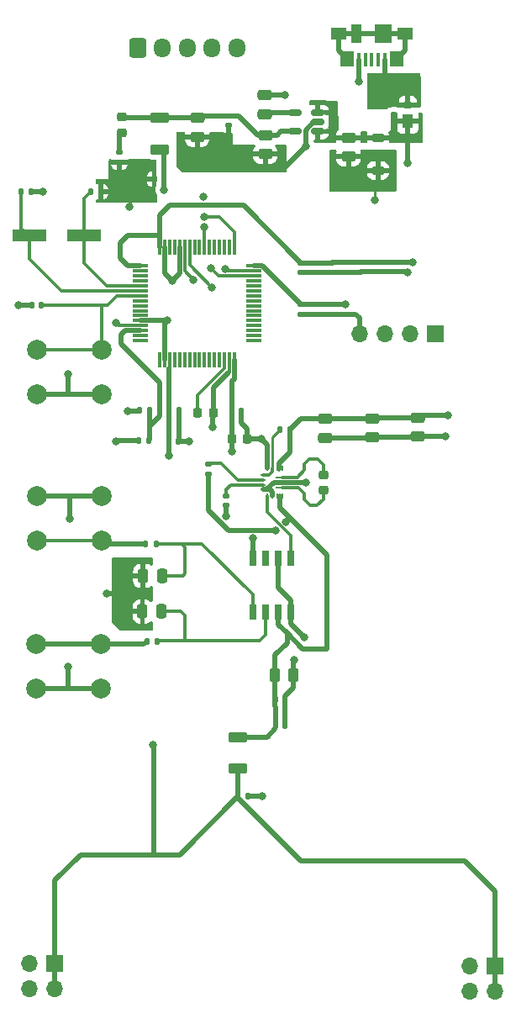
<source format=gbr>
%TF.GenerationSoftware,KiCad,Pcbnew,7.0.1*%
%TF.CreationDate,2023-05-25T09:43:19-05:00*%
%TF.ProjectId,power_supply,706f7765-725f-4737-9570-706c792e6b69,rev?*%
%TF.SameCoordinates,Original*%
%TF.FileFunction,Copper,L1,Top*%
%TF.FilePolarity,Positive*%
%FSLAX46Y46*%
G04 Gerber Fmt 4.6, Leading zero omitted, Abs format (unit mm)*
G04 Created by KiCad (PCBNEW 7.0.1) date 2023-05-25 09:43:19*
%MOMM*%
%LPD*%
G01*
G04 APERTURE LIST*
G04 Aperture macros list*
%AMRoundRect*
0 Rectangle with rounded corners*
0 $1 Rounding radius*
0 $2 $3 $4 $5 $6 $7 $8 $9 X,Y pos of 4 corners*
0 Add a 4 corners polygon primitive as box body*
4,1,4,$2,$3,$4,$5,$6,$7,$8,$9,$2,$3,0*
0 Add four circle primitives for the rounded corners*
1,1,$1+$1,$2,$3*
1,1,$1+$1,$4,$5*
1,1,$1+$1,$6,$7*
1,1,$1+$1,$8,$9*
0 Add four rect primitives between the rounded corners*
20,1,$1+$1,$2,$3,$4,$5,0*
20,1,$1+$1,$4,$5,$6,$7,0*
20,1,$1+$1,$6,$7,$8,$9,0*
20,1,$1+$1,$8,$9,$2,$3,0*%
G04 Aperture macros list end*
%TA.AperFunction,SMDPad,CuDef*%
%ADD10RoundRect,0.140000X-0.170000X0.140000X-0.170000X-0.140000X0.170000X-0.140000X0.170000X0.140000X0*%
%TD*%
%TA.AperFunction,ComponentPad*%
%ADD11RoundRect,0.250000X-0.600000X-0.725000X0.600000X-0.725000X0.600000X0.725000X-0.600000X0.725000X0*%
%TD*%
%TA.AperFunction,ComponentPad*%
%ADD12O,1.700000X1.950000*%
%TD*%
%TA.AperFunction,SMDPad,CuDef*%
%ADD13RoundRect,0.250000X0.250000X0.475000X-0.250000X0.475000X-0.250000X-0.475000X0.250000X-0.475000X0*%
%TD*%
%TA.AperFunction,SMDPad,CuDef*%
%ADD14RoundRect,0.140000X0.140000X0.170000X-0.140000X0.170000X-0.140000X-0.170000X0.140000X-0.170000X0*%
%TD*%
%TA.AperFunction,SMDPad,CuDef*%
%ADD15RoundRect,0.225000X-0.225000X-0.250000X0.225000X-0.250000X0.225000X0.250000X-0.225000X0.250000X0*%
%TD*%
%TA.AperFunction,SMDPad,CuDef*%
%ADD16RoundRect,0.140000X-0.140000X-0.170000X0.140000X-0.170000X0.140000X0.170000X-0.140000X0.170000X0*%
%TD*%
%TA.AperFunction,SMDPad,CuDef*%
%ADD17RoundRect,0.250000X0.475000X-0.250000X0.475000X0.250000X-0.475000X0.250000X-0.475000X-0.250000X0*%
%TD*%
%TA.AperFunction,SMDPad,CuDef*%
%ADD18RoundRect,0.135000X-0.185000X0.135000X-0.185000X-0.135000X0.185000X-0.135000X0.185000X0.135000X0*%
%TD*%
%TA.AperFunction,SMDPad,CuDef*%
%ADD19RoundRect,0.250000X-0.475000X0.250000X-0.475000X-0.250000X0.475000X-0.250000X0.475000X0.250000X0*%
%TD*%
%TA.AperFunction,ComponentPad*%
%ADD20C,2.000000*%
%TD*%
%TA.AperFunction,SMDPad,CuDef*%
%ADD21RoundRect,0.250000X0.700000X-0.275000X0.700000X0.275000X-0.700000X0.275000X-0.700000X-0.275000X0*%
%TD*%
%TA.AperFunction,SMDPad,CuDef*%
%ADD22RoundRect,0.135000X-0.135000X-0.185000X0.135000X-0.185000X0.135000X0.185000X-0.135000X0.185000X0*%
%TD*%
%TA.AperFunction,SMDPad,CuDef*%
%ADD23R,0.600000X0.250000*%
%TD*%
%TA.AperFunction,SMDPad,CuDef*%
%ADD24R,0.250000X0.600000*%
%TD*%
%TA.AperFunction,SMDPad,CuDef*%
%ADD25R,1.350000X0.250000*%
%TD*%
%TA.AperFunction,SMDPad,CuDef*%
%ADD26R,1.700000X0.250000*%
%TD*%
%TA.AperFunction,SMDPad,CuDef*%
%ADD27R,0.250000X0.250000*%
%TD*%
%TA.AperFunction,SMDPad,CuDef*%
%ADD28RoundRect,0.250000X-0.250000X-0.475000X0.250000X-0.475000X0.250000X0.475000X-0.250000X0.475000X0*%
%TD*%
%TA.AperFunction,SMDPad,CuDef*%
%ADD29R,3.500000X1.200000*%
%TD*%
%TA.AperFunction,SMDPad,CuDef*%
%ADD30RoundRect,0.140000X0.170000X-0.140000X0.170000X0.140000X-0.170000X0.140000X-0.170000X-0.140000X0*%
%TD*%
%TA.AperFunction,ComponentPad*%
%ADD31R,1.700000X1.700000*%
%TD*%
%TA.AperFunction,ComponentPad*%
%ADD32O,1.700000X1.700000*%
%TD*%
%TA.AperFunction,SMDPad,CuDef*%
%ADD33RoundRect,0.225000X-0.375000X0.225000X-0.375000X-0.225000X0.375000X-0.225000X0.375000X0.225000X0*%
%TD*%
%TA.AperFunction,SMDPad,CuDef*%
%ADD34RoundRect,0.075000X-0.700000X-0.075000X0.700000X-0.075000X0.700000X0.075000X-0.700000X0.075000X0*%
%TD*%
%TA.AperFunction,SMDPad,CuDef*%
%ADD35RoundRect,0.075000X-0.075000X-0.700000X0.075000X-0.700000X0.075000X0.700000X-0.075000X0.700000X0*%
%TD*%
%TA.AperFunction,SMDPad,CuDef*%
%ADD36R,0.450000X1.380000*%
%TD*%
%TA.AperFunction,SMDPad,CuDef*%
%ADD37R,1.650000X1.300000*%
%TD*%
%TA.AperFunction,SMDPad,CuDef*%
%ADD38R,1.425000X1.550000*%
%TD*%
%TA.AperFunction,SMDPad,CuDef*%
%ADD39R,1.800000X1.900000*%
%TD*%
%TA.AperFunction,SMDPad,CuDef*%
%ADD40R,1.000000X1.900000*%
%TD*%
%TA.AperFunction,SMDPad,CuDef*%
%ADD41RoundRect,0.218750X0.256250X-0.218750X0.256250X0.218750X-0.256250X0.218750X-0.256250X-0.218750X0*%
%TD*%
%TA.AperFunction,SMDPad,CuDef*%
%ADD42R,1.100000X1.450000*%
%TD*%
%TA.AperFunction,SMDPad,CuDef*%
%ADD43R,0.800000X0.800000*%
%TD*%
%TA.AperFunction,SMDPad,CuDef*%
%ADD44RoundRect,0.150000X0.512500X0.150000X-0.512500X0.150000X-0.512500X-0.150000X0.512500X-0.150000X0*%
%TD*%
%TA.AperFunction,SMDPad,CuDef*%
%ADD45R,0.700000X1.525000*%
%TD*%
%TA.AperFunction,ViaPad*%
%ADD46C,0.800000*%
%TD*%
%TA.AperFunction,Conductor*%
%ADD47C,0.500000*%
%TD*%
%TA.AperFunction,Conductor*%
%ADD48C,0.250000*%
%TD*%
%TA.AperFunction,Conductor*%
%ADD49C,0.300000*%
%TD*%
G04 APERTURE END LIST*
D10*
%TO.P,C5,1*%
%TO.N,+3.3V*%
X212430000Y-56320000D03*
%TO.P,C5,2*%
%TO.N,GND*%
X212430000Y-57280000D03*
%TD*%
D11*
%TO.P,J3,1,Pin_1*%
%TO.N,+3.3V*%
X192910000Y-34700000D03*
D12*
%TO.P,J3,2,Pin_2*%
%TO.N,SWCLCK*%
X195410000Y-34700000D03*
%TO.P,J3,3,Pin_3*%
%TO.N,SWDIO*%
X197910000Y-34700000D03*
%TO.P,J3,4,Pin_4*%
%TO.N,SWO*%
X200410000Y-34700000D03*
%TO.P,J3,5,Pin_5*%
%TO.N,GND*%
X202910000Y-34700000D03*
%TD*%
D13*
%TO.P,C18,1*%
%TO.N,/Main_Supply/Pot_up*%
X195360000Y-87850000D03*
%TO.P,C18,2*%
%TO.N,GND*%
X193460000Y-87850000D03*
%TD*%
D14*
%TO.P,C21,1*%
%TO.N,+3.3V*%
X195560000Y-47920000D03*
%TO.P,C21,2*%
%TO.N,GND*%
X194600000Y-47920000D03*
%TD*%
D15*
%TO.P,C16,1*%
%TO.N,+3.3V*%
X202415000Y-74050000D03*
%TO.P,C16,2*%
%TO.N,GND*%
X203965000Y-74050000D03*
%TD*%
D16*
%TO.P,C10,1*%
%TO.N,+3.3V*%
X202420000Y-71230000D03*
%TO.P,C10,2*%
%TO.N,GND*%
X203380000Y-71230000D03*
%TD*%
D17*
%TO.P,C19,1*%
%TO.N,GND*%
X205770000Y-45380000D03*
%TO.P,C19,2*%
%TO.N,board_out*%
X205770000Y-43480000D03*
%TD*%
D18*
%TO.P,R1,1*%
%TO.N,Net-(D3-K)*%
X191070000Y-45200000D03*
%TO.P,R1,2*%
%TO.N,GND*%
X191070000Y-46220000D03*
%TD*%
D10*
%TO.P,C3,1*%
%TO.N,+3.3V*%
X209370000Y-60540000D03*
%TO.P,C3,2*%
%TO.N,GND*%
X209370000Y-61500000D03*
%TD*%
D19*
%TO.P,C24,1*%
%TO.N,board_out*%
X198910000Y-41730000D03*
%TO.P,C24,2*%
%TO.N,GND*%
X198910000Y-43630000D03*
%TD*%
D15*
%TO.P,C11,1*%
%TO.N,/V_Cap*%
X198965000Y-71440000D03*
%TO.P,C11,2*%
%TO.N,GND*%
X200515000Y-71440000D03*
%TD*%
D19*
%TO.P,C34,1*%
%TO.N,Raw*%
X216520000Y-71980000D03*
%TO.P,C34,2*%
%TO.N,GND*%
X216520000Y-73880000D03*
%TD*%
D20*
%TO.P,RST,1,1*%
%TO.N,GND*%
X189260000Y-69590000D03*
X182760000Y-69590000D03*
%TO.P,RST,2,2*%
%TO.N,/Nrst*%
X189260000Y-65090000D03*
X182760000Y-65090000D03*
%TD*%
D21*
%TO.P,FB2,1*%
%TO.N,Main_Supply*%
X203040000Y-107220000D03*
%TO.P,FB2,2*%
%TO.N,VOUT*%
X203040000Y-104070000D03*
%TD*%
D22*
%TO.P,R2,1*%
%TO.N,Net-(R2-Pad1)*%
X193730000Y-84660000D03*
%TO.P,R2,2*%
%TO.N,/Main_Supply/Pot_up*%
X194750000Y-84660000D03*
%TD*%
D16*
%TO.P,C27,1*%
%TO.N,VOUT*%
X206780000Y-100330000D03*
%TO.P,C27,2*%
%TO.N,GND*%
X207740000Y-100330000D03*
%TD*%
D20*
%TO.P,DWN,1,1*%
%TO.N,GND*%
X189220000Y-99230000D03*
X182720000Y-99230000D03*
%TO.P,DWN,2,2*%
%TO.N,Net-(R3-Pad1)*%
X189220000Y-94730000D03*
X182720000Y-94730000D03*
%TD*%
D10*
%TO.P,C9,1*%
%TO.N,+3.3V*%
X218570000Y-56280000D03*
%TO.P,C9,2*%
%TO.N,GND*%
X218570000Y-57240000D03*
%TD*%
D19*
%TO.P,C1,1*%
%TO.N,Raw*%
X221080000Y-71920000D03*
%TO.P,C1,2*%
%TO.N,GND*%
X221080000Y-73820000D03*
%TD*%
D22*
%TO.P,R11,1*%
%TO.N,Main_Supply*%
X193120000Y-71210000D03*
%TO.P,R11,2*%
%TO.N,ADC1*%
X194140000Y-71210000D03*
%TD*%
%TO.P,R13,1*%
%TO.N,Net-(IC2-EN)*%
X207260000Y-73090000D03*
%TO.P,R13,2*%
%TO.N,Raw*%
X208280000Y-73090000D03*
%TD*%
D17*
%TO.P,C20,1*%
%TO.N,GND*%
X214150000Y-45610000D03*
%TO.P,C20,2*%
%TO.N,Raw*%
X214150000Y-43710000D03*
%TD*%
D23*
%TO.P,IC2,1,PS/S*%
%TO.N,Net-(IC2-EN)*%
X205534000Y-77670000D03*
%TO.P,IC2,2,PG*%
%TO.N,/Main_Supply/PG*%
X205534000Y-78170000D03*
%TO.P,IC2,3,VAUX*%
%TO.N,Net-(IC2-VAUX)*%
X205534000Y-78670000D03*
%TO.P,IC2,4,GND*%
%TO.N,GND*%
X205534000Y-79170000D03*
D24*
%TO.P,IC2,5,FB*%
%TO.N,FB*%
X205960000Y-79820000D03*
%TO.P,IC2,6,FB2*%
%TO.N,GND*%
X206460000Y-79820000D03*
%TO.P,IC2,7,VOUT_1*%
%TO.N,VOUT*%
X206960000Y-79820000D03*
%TO.P,IC2,8,VOUT_2*%
X207460000Y-79820000D03*
D25*
%TO.P,IC2,9,L2*%
%TO.N,/Main_Supply/switch_L2*%
X207460000Y-78920000D03*
D26*
%TO.P,IC2,10,PGND*%
%TO.N,GND*%
X207285000Y-78420000D03*
D25*
%TO.P,IC2,11,L1*%
%TO.N,/Main_Supply/switch_L1*%
X207460000Y-77920000D03*
D24*
%TO.P,IC2,12,VIN_1*%
%TO.N,Raw*%
X207460000Y-77020000D03*
%TO.P,IC2,13,VIN_2*%
X206960000Y-77020000D03*
%TO.P,IC2,14,EN*%
%TO.N,Net-(IC2-EN)*%
X206460000Y-77020000D03*
%TO.P,IC2,15,VSEL*%
%TO.N,GND*%
X205960000Y-77020000D03*
D27*
%TO.P,IC2,16*%
%TO.N,Raw*%
X207210000Y-77195000D03*
%TO.P,IC2,17*%
%TO.N,VOUT*%
X207210000Y-79645000D03*
%TD*%
D10*
%TO.P,C6,1*%
%TO.N,+3.3V*%
X215520000Y-56260000D03*
%TO.P,C6,2*%
%TO.N,GND*%
X215520000Y-57220000D03*
%TD*%
D16*
%TO.P,C25,1*%
%TO.N,Main_Supply*%
X203020000Y-110040000D03*
%TO.P,C25,2*%
%TO.N,GND*%
X203980000Y-110040000D03*
%TD*%
D22*
%TO.P,R9,1*%
%TO.N,GND*%
X193030000Y-74230000D03*
%TO.P,R9,2*%
%TO.N,ADC1*%
X194050000Y-74230000D03*
%TD*%
D14*
%TO.P,C14,1*%
%TO.N,GND*%
X189170000Y-49170000D03*
%TO.P,C14,2*%
%TO.N,/Crystal_in*%
X188210000Y-49170000D03*
%TD*%
D28*
%TO.P,C31,1*%
%TO.N,VOUT*%
X206730000Y-97820000D03*
%TO.P,C31,2*%
%TO.N,GND*%
X208630000Y-97820000D03*
%TD*%
D29*
%TO.P,Y1,1,1*%
%TO.N,/Crystal_out*%
X182030000Y-53530000D03*
%TO.P,Y1,2,2*%
%TO.N,/Crystal_in*%
X187530000Y-53530000D03*
%TD*%
D16*
%TO.P,C8,1*%
%TO.N,+3.3V*%
X196090000Y-71210000D03*
%TO.P,C8,2*%
%TO.N,GND*%
X197050000Y-71210000D03*
%TD*%
D30*
%TO.P,C2,1*%
%TO.N,GND*%
X201810000Y-80770000D03*
%TO.P,C2,2*%
%TO.N,Net-(IC2-VAUX)*%
X201810000Y-79810000D03*
%TD*%
D31*
%TO.P,J6,1,Pin_1*%
%TO.N,+3.3V*%
X222880000Y-63500000D03*
D32*
%TO.P,J6,2,Pin_2*%
%TO.N,SDA*%
X220340000Y-63500000D03*
%TO.P,J6,3,Pin_3*%
%TO.N,SCL*%
X217800000Y-63500000D03*
%TO.P,J6,4,Pin_4*%
%TO.N,GND*%
X215260000Y-63500000D03*
%TD*%
D33*
%TO.P,D2,1,K*%
%TO.N,Raw*%
X217110000Y-43720000D03*
%TO.P,D2,2,A*%
%TO.N,GND*%
X217110000Y-47020000D03*
%TD*%
D14*
%TO.P,C12,1*%
%TO.N,/Nrst*%
X183190000Y-60570000D03*
%TO.P,C12,2*%
%TO.N,GND*%
X182230000Y-60570000D03*
%TD*%
D13*
%TO.P,C23,1*%
%TO.N,/Main_Supply/Pot_dwn*%
X195290000Y-91430000D03*
%TO.P,C23,2*%
%TO.N,GND*%
X193390000Y-91430000D03*
%TD*%
D22*
%TO.P,R3,1*%
%TO.N,Net-(R3-Pad1)*%
X193830000Y-94420000D03*
%TO.P,R3,2*%
%TO.N,/Main_Supply/Pot_dwn*%
X194850000Y-94420000D03*
%TD*%
D21*
%TO.P,FB1,1*%
%TO.N,+3.3V*%
X195100000Y-44885000D03*
%TO.P,FB1,2*%
%TO.N,board_out*%
X195100000Y-41735000D03*
%TD*%
D34*
%TO.P,U1,1,VBAT*%
%TO.N,+3.3V*%
X193220000Y-56640000D03*
%TO.P,U1,2,PC13*%
%TO.N,unconnected-(U1-PC13-Pad2)*%
X193220000Y-57140000D03*
%TO.P,U1,3,PC14*%
%TO.N,unconnected-(U1-PC14-Pad3)*%
X193220000Y-57640000D03*
%TO.P,U1,4,PC15*%
%TO.N,unconnected-(U1-PC15-Pad4)*%
X193220000Y-58140000D03*
%TO.P,U1,5,PH0*%
%TO.N,/Crystal_in*%
X193220000Y-58640000D03*
%TO.P,U1,6,PH1*%
%TO.N,/Crystal_out*%
X193220000Y-59140000D03*
%TO.P,U1,7,NRST*%
%TO.N,/Nrst*%
X193220000Y-59640000D03*
%TO.P,U1,8,PC0*%
%TO.N,unconnected-(U1-PC0-Pad8)*%
X193220000Y-60140000D03*
%TO.P,U1,9,PC1*%
%TO.N,unconnected-(U1-PC1-Pad9)*%
X193220000Y-60640000D03*
%TO.P,U1,10,PC2*%
%TO.N,unconnected-(U1-PC2-Pad10)*%
X193220000Y-61140000D03*
%TO.P,U1,11,PC3*%
%TO.N,unconnected-(U1-PC3-Pad11)*%
X193220000Y-61640000D03*
%TO.P,U1,12,VSSA*%
%TO.N,GND*%
X193220000Y-62140000D03*
%TO.P,U1,13,VREF+*%
%TO.N,+3.3V*%
X193220000Y-62640000D03*
%TO.P,U1,14,PA0*%
%TO.N,ADC1*%
X193220000Y-63140000D03*
%TO.P,U1,15,PA1*%
%TO.N,unconnected-(U1-PA1-Pad15)*%
X193220000Y-63640000D03*
%TO.P,U1,16,PA2*%
%TO.N,unconnected-(U1-PA2-Pad16)*%
X193220000Y-64140000D03*
D35*
%TO.P,U1,17,PA3*%
%TO.N,unconnected-(U1-PA3-Pad17)*%
X195145000Y-66065000D03*
%TO.P,U1,18,VSS*%
%TO.N,GND*%
X195645000Y-66065000D03*
%TO.P,U1,19,VDD*%
%TO.N,+3.3V*%
X196145000Y-66065000D03*
%TO.P,U1,20,PA4*%
%TO.N,unconnected-(U1-PA4-Pad20)*%
X196645000Y-66065000D03*
%TO.P,U1,21,PA5*%
%TO.N,unconnected-(U1-PA5-Pad21)*%
X197145000Y-66065000D03*
%TO.P,U1,22,PA6*%
%TO.N,unconnected-(U1-PA6-Pad22)*%
X197645000Y-66065000D03*
%TO.P,U1,23,PA7*%
%TO.N,unconnected-(U1-PA7-Pad23)*%
X198145000Y-66065000D03*
%TO.P,U1,24,PC4*%
%TO.N,unconnected-(U1-PC4-Pad24)*%
X198645000Y-66065000D03*
%TO.P,U1,25,PC5*%
%TO.N,unconnected-(U1-PC5-Pad25)*%
X199145000Y-66065000D03*
%TO.P,U1,26,PB0*%
%TO.N,unconnected-(U1-PB0-Pad26)*%
X199645000Y-66065000D03*
%TO.P,U1,27,PB1*%
%TO.N,unconnected-(U1-PB1-Pad27)*%
X200145000Y-66065000D03*
%TO.P,U1,28,PB2*%
%TO.N,unconnected-(U1-PB2-Pad28)*%
X200645000Y-66065000D03*
%TO.P,U1,29,PB10*%
%TO.N,unconnected-(U1-PB10-Pad29)*%
X201145000Y-66065000D03*
%TO.P,U1,30,VCAP1*%
%TO.N,/V_Cap*%
X201645000Y-66065000D03*
%TO.P,U1,31,VSS*%
%TO.N,GND*%
X202145000Y-66065000D03*
%TO.P,U1,32,VDD*%
%TO.N,+3.3V*%
X202645000Y-66065000D03*
D34*
%TO.P,U1,33,PB12*%
%TO.N,unconnected-(U1-PB12-Pad33)*%
X204570000Y-64140000D03*
%TO.P,U1,34,PB13*%
%TO.N,unconnected-(U1-PB13-Pad34)*%
X204570000Y-63640000D03*
%TO.P,U1,35,PB14*%
%TO.N,unconnected-(U1-PB14-Pad35)*%
X204570000Y-63140000D03*
%TO.P,U1,36,PB15*%
%TO.N,unconnected-(U1-PB15-Pad36)*%
X204570000Y-62640000D03*
%TO.P,U1,37,PC6*%
%TO.N,unconnected-(U1-PC6-Pad37)*%
X204570000Y-62140000D03*
%TO.P,U1,38,PC7*%
%TO.N,unconnected-(U1-PC7-Pad38)*%
X204570000Y-61640000D03*
%TO.P,U1,39,PC8*%
%TO.N,unconnected-(U1-PC8-Pad39)*%
X204570000Y-61140000D03*
%TO.P,U1,40,PC9*%
%TO.N,unconnected-(U1-PC9-Pad40)*%
X204570000Y-60640000D03*
%TO.P,U1,41,PA8*%
%TO.N,unconnected-(U1-PA8-Pad41)*%
X204570000Y-60140000D03*
%TO.P,U1,42,PA9*%
%TO.N,unconnected-(U1-PA9-Pad42)*%
X204570000Y-59640000D03*
%TO.P,U1,43,PA10*%
%TO.N,unconnected-(U1-PA10-Pad43)*%
X204570000Y-59140000D03*
%TO.P,U1,44,PA11*%
%TO.N,unconnected-(U1-PA11-Pad44)*%
X204570000Y-58640000D03*
%TO.P,U1,45,PA12*%
%TO.N,unconnected-(U1-PA12-Pad45)*%
X204570000Y-58140000D03*
%TO.P,U1,46,PA13*%
%TO.N,SWDIO*%
X204570000Y-57640000D03*
%TO.P,U1,47,VSS*%
%TO.N,GND*%
X204570000Y-57140000D03*
%TO.P,U1,48,VDD*%
%TO.N,+3.3V*%
X204570000Y-56640000D03*
D35*
%TO.P,U1,49,PA14*%
%TO.N,SWCLCK*%
X202645000Y-54715000D03*
%TO.P,U1,50,PA15*%
%TO.N,unconnected-(U1-PA15-Pad50)*%
X202145000Y-54715000D03*
%TO.P,U1,51,PC10*%
%TO.N,unconnected-(U1-PC10-Pad51)*%
X201645000Y-54715000D03*
%TO.P,U1,52,PC11*%
%TO.N,unconnected-(U1-PC11-Pad52)*%
X201145000Y-54715000D03*
%TO.P,U1,53,PC12*%
%TO.N,unconnected-(U1-PC12-Pad53)*%
X200645000Y-54715000D03*
%TO.P,U1,54,PD2*%
%TO.N,unconnected-(U1-PD2-Pad54)*%
X200145000Y-54715000D03*
%TO.P,U1,55,PB3*%
%TO.N,SWO*%
X199645000Y-54715000D03*
%TO.P,U1,56,PB4*%
%TO.N,unconnected-(U1-PB4-Pad56)*%
X199145000Y-54715000D03*
%TO.P,U1,57,PB5*%
%TO.N,unconnected-(U1-PB5-Pad57)*%
X198645000Y-54715000D03*
%TO.P,U1,58,PB6*%
%TO.N,SCL*%
X198145000Y-54715000D03*
%TO.P,U1,59,PB7*%
%TO.N,SDA*%
X197645000Y-54715000D03*
%TO.P,U1,60,BOOT0*%
%TO.N,GND*%
X197145000Y-54715000D03*
%TO.P,U1,61,PB8*%
%TO.N,unconnected-(U1-PB8-Pad61)*%
X196645000Y-54715000D03*
%TO.P,U1,62,PB9*%
%TO.N,unconnected-(U1-PB9-Pad62)*%
X196145000Y-54715000D03*
%TO.P,U1,63,VSS*%
%TO.N,GND*%
X195645000Y-54715000D03*
%TO.P,U1,64,VDD*%
%TO.N,+3.3V*%
X195145000Y-54715000D03*
%TD*%
D36*
%TO.P,J2,1,VBUS*%
%TO.N,/Board_PWR/usb_out*%
X217805000Y-35900000D03*
%TO.P,J2,2,D-*%
%TO.N,unconnected-(J2-D--Pad2)*%
X217155000Y-35900000D03*
%TO.P,J2,3,D+*%
%TO.N,unconnected-(J2-D+-Pad3)*%
X216505000Y-35900000D03*
%TO.P,J2,4,ID*%
%TO.N,unconnected-(J2-ID-Pad4)*%
X215855000Y-35900000D03*
%TO.P,J2,5,GND*%
%TO.N,GND*%
X215205000Y-35900000D03*
D37*
%TO.P,J2,6,Shield*%
%TO.N,unconnected-(J2-Shield-Pad6)*%
X219880000Y-33240000D03*
D38*
X218992500Y-35815000D03*
D39*
X217655000Y-33240000D03*
D40*
X214955000Y-33240000D03*
D38*
X214017500Y-35815000D03*
D37*
X213130000Y-33240000D03*
%TD*%
D10*
%TO.P,C22,1*%
%TO.N,board_out*%
X202080000Y-41520000D03*
%TO.P,C22,2*%
%TO.N,GND*%
X202080000Y-42480000D03*
%TD*%
D41*
%TO.P,D3,1,K*%
%TO.N,Net-(D3-K)*%
X191300000Y-43195000D03*
%TO.P,D3,2,A*%
%TO.N,board_out*%
X191300000Y-41620000D03*
%TD*%
D16*
%TO.P,C13,1*%
%TO.N,+3.3V*%
X196050000Y-74270000D03*
%TO.P,C13,2*%
%TO.N,GND*%
X197010000Y-74270000D03*
%TD*%
D41*
%TO.P,L2,1,1*%
%TO.N,/Main_Supply/switch_L2*%
X211600000Y-79227500D03*
%TO.P,L2,2,2*%
%TO.N,/Main_Supply/switch_L1*%
X211600000Y-77652500D03*
%TD*%
D14*
%TO.P,C15,1*%
%TO.N,GND*%
X182160000Y-49140000D03*
%TO.P,C15,2*%
%TO.N,/Crystal_out*%
X181200000Y-49140000D03*
%TD*%
D10*
%TO.P,C4,1*%
%TO.N,+3.3V*%
X212470000Y-60520000D03*
%TO.P,C4,2*%
%TO.N,GND*%
X212470000Y-61480000D03*
%TD*%
D20*
%TO.P,UP,1,1*%
%TO.N,GND*%
X182770000Y-79820000D03*
X189270000Y-79820000D03*
%TO.P,UP,2,2*%
%TO.N,Net-(R2-Pad1)*%
X182770000Y-84320000D03*
X189270000Y-84320000D03*
%TD*%
D10*
%TO.P,C7,1*%
%TO.N,+3.3V*%
X209380000Y-56320000D03*
%TO.P,C7,2*%
%TO.N,GND*%
X209380000Y-57280000D03*
%TD*%
D42*
%TO.P,D1,1,K*%
%TO.N,Raw*%
X220120000Y-42055000D03*
D43*
%TO.P,D1,2,A*%
%TO.N,/Board_PWR/usb_out*%
X220120000Y-40430000D03*
%TD*%
D18*
%TO.P,R10,1*%
%TO.N,/Main_Supply/PG*%
X200000000Y-76550000D03*
%TO.P,R10,2*%
%TO.N,VOUT*%
X200000000Y-77570000D03*
%TD*%
D16*
%TO.P,C29,1*%
%TO.N,VOUT*%
X206780000Y-102900000D03*
%TO.P,C29,2*%
%TO.N,GND*%
X207740000Y-102900000D03*
%TD*%
D19*
%TO.P,C35,1*%
%TO.N,Raw*%
X211820000Y-72040000D03*
%TO.P,C35,2*%
%TO.N,GND*%
X211820000Y-73940000D03*
%TD*%
D44*
%TO.P,U3,1,VIN*%
%TO.N,Raw*%
X211007500Y-43097500D03*
%TO.P,U3,2,GND*%
%TO.N,GND*%
X211007500Y-42147500D03*
%TO.P,U3,3,INH*%
%TO.N,Raw*%
X211007500Y-41197500D03*
%TO.P,U3,4,BYP*%
%TO.N,Net-(U3-BYP)*%
X208732500Y-41197500D03*
%TO.P,U3,5,VOUT*%
%TO.N,board_out*%
X208732500Y-43097500D03*
%TD*%
D19*
%TO.P,C17,1*%
%TO.N,GND*%
X205710000Y-39430000D03*
%TO.P,C17,2*%
%TO.N,Net-(U3-BYP)*%
X205710000Y-41330000D03*
%TD*%
D45*
%TO.P,IC1,1,~{PU}*%
%TO.N,/Main_Supply/Pot_up*%
X204515000Y-91462000D03*
%TO.P,IC1,2,~{PD}*%
%TO.N,/Main_Supply/Pot_dwn*%
X205785000Y-91462000D03*
%TO.P,IC1,3,RH*%
%TO.N,VOUT*%
X207055000Y-91462000D03*
%TO.P,IC1,4,VSS*%
%TO.N,GND*%
X208325000Y-91462000D03*
%TO.P,IC1,5,RW*%
%TO.N,FB*%
X208325000Y-86038000D03*
%TO.P,IC1,6,RL*%
%TO.N,GND*%
X207055000Y-86038000D03*
%TO.P,IC1,7,NC*%
%TO.N,unconnected-(IC1-NC-Pad7)*%
X205785000Y-86038000D03*
%TO.P,IC1,8,VCC*%
%TO.N,+3.3V*%
X204515000Y-86038000D03*
%TD*%
D31*
%TO.P,J4,1,Pin_1*%
%TO.N,Main_Supply*%
X228950000Y-127130000D03*
D32*
%TO.P,J4,2,Pin_2*%
%TO.N,GND*%
X226410000Y-127130000D03*
%TO.P,J4,3,Pin_3*%
%TO.N,Main_Supply*%
X228950000Y-129670000D03*
%TO.P,J4,4,Pin_4*%
%TO.N,GND*%
X226410000Y-129670000D03*
%TD*%
D31*
%TO.P,J5,1,Pin_1*%
%TO.N,Main_Supply*%
X184580000Y-126890000D03*
D32*
%TO.P,J5,2,Pin_2*%
%TO.N,GND*%
X182040000Y-126890000D03*
%TO.P,J5,3,Pin_3*%
%TO.N,Main_Supply*%
X184580000Y-129430000D03*
%TO.P,J5,4,Pin_4*%
%TO.N,GND*%
X182040000Y-129430000D03*
%TD*%
D46*
%TO.N,GND*%
X192100000Y-50670000D03*
%TO.N,Raw*%
X220110000Y-46250000D03*
X224160000Y-71710000D03*
%TO.N,GND*%
X190690000Y-74270000D03*
X209680000Y-94050000D03*
X196390000Y-58100000D03*
X200500000Y-72890000D03*
X207750000Y-39420000D03*
X201810000Y-81850000D03*
X198110000Y-74270000D03*
X209880000Y-44560000D03*
X215170000Y-38090000D03*
X195929999Y-62140001D03*
X205470000Y-110070000D03*
X220130000Y-57260000D03*
X183350000Y-49150000D03*
X201710000Y-56910000D03*
X223910000Y-73820000D03*
X185900000Y-97010000D03*
X209850000Y-78420000D03*
X208650000Y-96280000D03*
X189790000Y-89590000D03*
X186030000Y-82070000D03*
X180870000Y-60560000D03*
X216780000Y-49990000D03*
X205400000Y-74040000D03*
X185910000Y-67530000D03*
%TO.N,+3.3V*%
X196070000Y-75700000D03*
X213800000Y-60510000D03*
X190740000Y-62400000D03*
X195580000Y-48960000D03*
X204550000Y-84000000D03*
X220590000Y-56290000D03*
X202390000Y-75350000D03*
%TO.N,VOUT*%
X207870000Y-82400000D03*
X206850000Y-83280000D03*
%TO.N,Main_Supply*%
X191930000Y-71230000D03*
X194450000Y-104840000D03*
%TO.N,SWCLCK*%
X199630000Y-51670000D03*
%TO.N,SWDIO*%
X199550000Y-49630000D03*
X200290000Y-56890000D03*
%TO.N,SWO*%
X199640000Y-52720000D03*
%TO.N,SDA*%
X198540000Y-58030000D03*
%TO.N,SCL*%
X200400000Y-58800000D03*
%TD*%
D47*
%TO.N,GND*%
X189790000Y-89590000D02*
X190740000Y-89590000D01*
X202090000Y-42490000D02*
X202090000Y-43770000D01*
X202080000Y-42480000D02*
X202090000Y-42490000D01*
D48*
X192140000Y-49660000D02*
X192140000Y-50630000D01*
X192140000Y-50630000D02*
X192100000Y-50670000D01*
X216780000Y-49990000D02*
X216780000Y-48480000D01*
D47*
X207690000Y-46750000D02*
X206500000Y-46750000D01*
X209880000Y-44560000D02*
X207690000Y-46750000D01*
X209820000Y-44500000D02*
X209880000Y-44560000D01*
X210622500Y-42147500D02*
X209820000Y-42950000D01*
X209820000Y-42950000D02*
X209820000Y-44500000D01*
X211007500Y-42147500D02*
X210622500Y-42147500D01*
%TO.N,Raw*%
X216580000Y-71920000D02*
X216520000Y-71980000D01*
X208280000Y-75370000D02*
X207180000Y-76470000D01*
X216520000Y-71980000D02*
X211880000Y-71980000D01*
X221080000Y-71920000D02*
X216580000Y-71920000D01*
X209330000Y-72040000D02*
X208280000Y-73090000D01*
X211880000Y-71980000D02*
X211820000Y-72040000D01*
X220120000Y-46240000D02*
X220110000Y-46250000D01*
X221080000Y-71920000D02*
X221290000Y-71710000D01*
X207180000Y-76470000D02*
X207180000Y-77060000D01*
X220120000Y-42055000D02*
X220120000Y-46240000D01*
X208280000Y-73090000D02*
X208280000Y-75370000D01*
X211820000Y-72040000D02*
X209330000Y-72040000D01*
X221290000Y-71710000D02*
X224160000Y-71710000D01*
%TO.N,GND*%
X183340000Y-49140000D02*
X183350000Y-49150000D01*
X215205000Y-38055000D02*
X215170000Y-38090000D01*
X220110000Y-57240000D02*
X220130000Y-57260000D01*
X208325000Y-90315000D02*
X208325000Y-91462000D01*
X221080000Y-73820000D02*
X223910000Y-73820000D01*
X200500000Y-72890000D02*
X200500000Y-71455000D01*
X196390000Y-58100000D02*
X195645000Y-57355000D01*
X216520000Y-73880000D02*
X221020000Y-73880000D01*
X185900000Y-99230000D02*
X185900000Y-97010000D01*
X212470000Y-61480000D02*
X214880000Y-61480000D01*
X190730000Y-74230000D02*
X190690000Y-74270000D01*
X201810000Y-80770000D02*
X201810000Y-81850000D01*
X208325000Y-92695000D02*
X209680000Y-94050000D01*
X211820000Y-73940000D02*
X216460000Y-73940000D01*
X212430000Y-57280000D02*
X215460000Y-57280000D01*
X205534000Y-79170000D02*
X205910000Y-79170000D01*
X207285000Y-78420000D02*
X209850000Y-78420000D01*
X185910000Y-69530000D02*
X185910000Y-67530000D01*
X205910000Y-79170000D02*
X206660000Y-78420000D01*
X208325000Y-91462000D02*
X208325000Y-92695000D01*
X182160000Y-49140000D02*
X183340000Y-49140000D01*
X185900000Y-99230000D02*
X189220000Y-99230000D01*
X203980000Y-110040000D02*
X205440000Y-110040000D01*
X214880000Y-61480000D02*
X215260000Y-61860000D01*
X195930000Y-62140000D02*
X193220000Y-62140000D01*
X185970000Y-69590000D02*
X185910000Y-69530000D01*
X215460000Y-57280000D02*
X215520000Y-57220000D01*
X207740000Y-99980000D02*
X208630000Y-99090000D01*
X195645000Y-62425000D02*
X195645000Y-66065000D01*
X206460000Y-79395000D02*
X206235000Y-79170000D01*
X203380000Y-72410000D02*
X203380000Y-71230000D01*
X197050000Y-71210000D02*
X197050000Y-74230000D01*
X182230000Y-60570000D02*
X180880000Y-60570000D01*
X207740000Y-39430000D02*
X207750000Y-39420000D01*
X195930000Y-62140000D02*
X195645000Y-62425000D01*
X215260000Y-61860000D02*
X215260000Y-63500000D01*
X203965000Y-72995000D02*
X203380000Y-72410000D01*
X186030000Y-79820000D02*
X186030000Y-82070000D01*
X216460000Y-73940000D02*
X216520000Y-73880000D01*
X197050000Y-74230000D02*
X197010000Y-74270000D01*
X207055000Y-86038000D02*
X207055000Y-89045000D01*
X207740000Y-102900000D02*
X207740000Y-100330000D01*
X209370000Y-61500000D02*
X212450000Y-61500000D01*
X185970000Y-69590000D02*
X182760000Y-69590000D01*
X182720000Y-99230000D02*
X185900000Y-99230000D01*
X203965000Y-74050000D02*
X205390000Y-74050000D01*
X206460000Y-79820000D02*
X206460000Y-79395000D01*
D49*
X202145000Y-67275000D02*
X202030000Y-67390000D01*
X204570000Y-57140000D02*
X201940000Y-57140000D01*
D47*
X212450000Y-61500000D02*
X212470000Y-61480000D01*
X205960000Y-74600000D02*
X205400000Y-74040000D01*
X207740000Y-100330000D02*
X207740000Y-99980000D01*
X207055000Y-89045000D02*
X208325000Y-90315000D01*
X200515000Y-71440000D02*
X200515000Y-68905000D01*
X180880000Y-60570000D02*
X180870000Y-60560000D01*
D49*
X202145000Y-66065000D02*
X202145000Y-67275000D01*
D47*
X203965000Y-74050000D02*
X203965000Y-72995000D01*
X205960000Y-77020000D02*
X205960000Y-74600000D01*
X197010000Y-74270000D02*
X198110000Y-74270000D01*
X218570000Y-57240000D02*
X220110000Y-57240000D01*
X193030000Y-74230000D02*
X190730000Y-74230000D01*
X208630000Y-96300000D02*
X208650000Y-96280000D01*
X205390000Y-74050000D02*
X205400000Y-74040000D01*
X215205000Y-35900000D02*
X215205000Y-38055000D01*
X221020000Y-73880000D02*
X221080000Y-73820000D01*
X195645000Y-57355000D02*
X195645000Y-54715000D01*
X209380000Y-57280000D02*
X212430000Y-57280000D01*
D49*
X201940000Y-57140000D02*
X201710000Y-56910000D01*
D47*
X189260000Y-69590000D02*
X185970000Y-69590000D01*
X215520000Y-57220000D02*
X218550000Y-57220000D01*
X205710000Y-39430000D02*
X207740000Y-39430000D01*
X200515000Y-68905000D02*
X202030000Y-67390000D01*
X195930000Y-62140000D02*
X195929999Y-62140001D01*
X189270000Y-79820000D02*
X186030000Y-79820000D01*
X197145000Y-57345000D02*
X197145000Y-54715000D01*
X218550000Y-57220000D02*
X218570000Y-57240000D01*
X200500000Y-71455000D02*
X200515000Y-71440000D01*
X206235000Y-79170000D02*
X205910000Y-79170000D01*
X206660000Y-78420000D02*
X207285000Y-78420000D01*
X205440000Y-110040000D02*
X205470000Y-110070000D01*
X202150000Y-42550000D02*
X202080000Y-42480000D01*
X186030000Y-79820000D02*
X182770000Y-79820000D01*
X196390000Y-58100000D02*
X197145000Y-57345000D01*
X208630000Y-99090000D02*
X208630000Y-97820000D01*
X208630000Y-97820000D02*
X208630000Y-96300000D01*
D49*
%TO.N,Net-(IC2-VAUX)*%
X205534000Y-78670000D02*
X202290000Y-78670000D01*
X201810000Y-79150000D02*
X201810000Y-79810000D01*
X202290000Y-78670000D02*
X201810000Y-79150000D01*
%TO.N,+3.3V*%
X193220000Y-62640000D02*
X190980000Y-62640000D01*
X193220000Y-56640000D02*
X193220002Y-56640000D01*
D47*
X195145000Y-51515000D02*
X195145000Y-54715002D01*
X215540000Y-56280000D02*
X215520000Y-56260000D01*
X205470000Y-56640000D02*
X204569998Y-56640000D01*
X196050000Y-75680000D02*
X196070000Y-75700000D01*
X195560000Y-47920000D02*
X195560000Y-48940000D01*
X196130000Y-50530000D02*
X195145000Y-51515000D01*
X191170000Y-55860000D02*
X191950000Y-56640000D01*
X202430000Y-73945000D02*
X202430000Y-71240000D01*
X202415000Y-74050000D02*
X202415000Y-75325000D01*
X202645000Y-68005000D02*
X202645000Y-66065002D01*
X209390000Y-60520000D02*
X209370000Y-60540000D01*
X202420000Y-68230000D02*
X202645000Y-68005000D01*
D49*
X196145000Y-66065000D02*
X196145000Y-66850000D01*
D47*
X215520000Y-56260000D02*
X212490000Y-56260000D01*
X220580000Y-56280000D02*
X220590000Y-56290000D01*
X196050000Y-74270000D02*
X196050000Y-75680000D01*
D49*
X202645000Y-66065000D02*
X202645000Y-66065002D01*
D47*
X209380000Y-56320000D02*
X203590000Y-50530000D01*
X212470000Y-60520000D02*
X213790000Y-60520000D01*
X202420000Y-71230000D02*
X202420000Y-68230000D01*
X195145000Y-53590000D02*
X191920000Y-53590000D01*
X212490000Y-56260000D02*
X212430000Y-56320000D01*
X191920000Y-53590000D02*
X191170000Y-54340000D01*
X204515000Y-86038000D02*
X204515000Y-84035000D01*
X202415000Y-75325000D02*
X202390000Y-75350000D01*
X196090000Y-71210000D02*
X196090000Y-66905000D01*
X218570000Y-56280000D02*
X215540000Y-56280000D01*
X218570000Y-56280000D02*
X220580000Y-56280000D01*
X209370000Y-60540000D02*
X205470000Y-56640000D01*
D49*
X190980000Y-62640000D02*
X190740000Y-62400000D01*
D47*
X213790000Y-60520000D02*
X213800000Y-60510000D01*
X191950000Y-56640000D02*
X193220002Y-56640000D01*
X212430000Y-56320000D02*
X209380000Y-56320000D01*
X195560000Y-45345000D02*
X195560000Y-47920000D01*
X204515000Y-84035000D02*
X204550000Y-84000000D01*
D49*
X204570000Y-56640000D02*
X204569998Y-56640000D01*
D47*
X203590000Y-50530000D02*
X196130000Y-50530000D01*
X212470000Y-60520000D02*
X209390000Y-60520000D01*
X195145000Y-54715002D02*
X195145000Y-53590000D01*
D49*
X195145000Y-54715000D02*
X195145000Y-54715002D01*
D47*
X196020000Y-74100000D02*
X196020000Y-71280000D01*
X195100000Y-44885000D02*
X195560000Y-45345000D01*
X191170000Y-54340000D02*
X191170000Y-55860000D01*
X195560000Y-48940000D02*
X195580000Y-48960000D01*
D49*
%TO.N,/V_Cap*%
X201645000Y-66941041D02*
X198956041Y-69630000D01*
X198956041Y-71431041D02*
X198965000Y-71440000D01*
X201645000Y-66065000D02*
X201645000Y-66941041D01*
X198956041Y-69630000D02*
X198956041Y-71431041D01*
%TO.N,/Nrst*%
X190850000Y-59640000D02*
X193220000Y-59640000D01*
X188800000Y-60570000D02*
X189920000Y-60570000D01*
X189920000Y-60570000D02*
X190850000Y-59640000D01*
X183190000Y-60570000D02*
X188800000Y-60570000D01*
X189360000Y-60570000D02*
X189260000Y-60670000D01*
X188800000Y-60570000D02*
X189360000Y-60570000D01*
X189260000Y-60670000D02*
X189260000Y-65090000D01*
X189260000Y-65090000D02*
X182760000Y-65090000D01*
%TO.N,/Crystal_in*%
X188210000Y-49170000D02*
X187530000Y-49850000D01*
X187530000Y-49850000D02*
X187530000Y-53530000D01*
X187530000Y-56387107D02*
X189782893Y-58640000D01*
X189782893Y-58640000D02*
X193220000Y-58640000D01*
X187530000Y-53530000D02*
X187530000Y-56387107D01*
%TO.N,/Crystal_out*%
X181200000Y-49140000D02*
X181200000Y-51980000D01*
X181200000Y-51840000D02*
X181200000Y-52840000D01*
X181890000Y-53530000D02*
X182030000Y-53530000D01*
X181200000Y-52840000D02*
X181890000Y-53530000D01*
X185220000Y-59140000D02*
X182030000Y-55950000D01*
X182030000Y-55950000D02*
X182030000Y-53530000D01*
X193220000Y-59140000D02*
X185220000Y-59140000D01*
D47*
%TO.N,Net-(U3-BYP)*%
X205842500Y-41197500D02*
X205710000Y-41330000D01*
X208732500Y-41197500D02*
X205842500Y-41197500D01*
D49*
%TO.N,/Main_Supply/Pot_up*%
X195360000Y-87850000D02*
X197460000Y-87850000D01*
X197390000Y-84660000D02*
X197700000Y-84970000D01*
X197460000Y-87850000D02*
X197700000Y-87610000D01*
X197450000Y-84600000D02*
X199400000Y-84600000D01*
X197390000Y-84660000D02*
X197450000Y-84600000D01*
X204515000Y-89715000D02*
X204515000Y-91462000D01*
X199400000Y-84600000D02*
X204515000Y-89715000D01*
X197700000Y-84970000D02*
X197700000Y-85400000D01*
X197700000Y-87610000D02*
X197700000Y-85400000D01*
X194750000Y-84660000D02*
X197390000Y-84660000D01*
D47*
%TO.N,board_out*%
X199120000Y-41520000D02*
X198910000Y-41730000D01*
X208732500Y-43097500D02*
X207352500Y-43097500D01*
X195105000Y-41730000D02*
X195100000Y-41735000D01*
X203090000Y-41520000D02*
X202080000Y-41520000D01*
X205050000Y-43480000D02*
X203090000Y-41520000D01*
X205770000Y-43480000D02*
X205050000Y-43480000D01*
X207352500Y-43097500D02*
X206970000Y-43480000D01*
X195100000Y-41735000D02*
X191415000Y-41735000D01*
X206970000Y-43480000D02*
X205770000Y-43480000D01*
X198910000Y-41730000D02*
X195105000Y-41730000D01*
X191415000Y-41735000D02*
X191300000Y-41620000D01*
X202080000Y-41520000D02*
X199120000Y-41520000D01*
D49*
%TO.N,/Main_Supply/Pot_dwn*%
X195290000Y-91430000D02*
X197250000Y-91430000D01*
X205810000Y-91899500D02*
X205810000Y-93780000D01*
X194900000Y-94370000D02*
X194850000Y-94420000D01*
X197250000Y-91430000D02*
X197690000Y-91870000D01*
X205785000Y-91462000D02*
X205785000Y-91874500D01*
X205785000Y-91874500D02*
X205810000Y-91899500D01*
X205810000Y-93780000D02*
X205220000Y-94370000D01*
X197690000Y-91870000D02*
X197690000Y-94370000D01*
X197690000Y-94370000D02*
X197015000Y-94370000D01*
X205220000Y-94370000D02*
X197015000Y-94370000D01*
X197015000Y-94370000D02*
X194900000Y-94370000D01*
D47*
%TO.N,VOUT*%
X209510500Y-95180000D02*
X207955250Y-93624750D01*
X207220000Y-80950000D02*
X208260000Y-81990000D01*
X206740000Y-97830000D02*
X206730000Y-97820000D01*
X202050000Y-83280000D02*
X200000000Y-81230000D01*
X206850000Y-83280000D02*
X202050000Y-83280000D01*
X205930000Y-104070000D02*
X203040000Y-104070000D01*
X206740000Y-101010000D02*
X206740000Y-97830000D01*
X207055000Y-91462000D02*
X207055000Y-92724500D01*
X207870000Y-82380000D02*
X207870000Y-82400000D01*
X200000000Y-81230000D02*
X200000000Y-77570000D01*
X206780000Y-102900000D02*
X206780000Y-101050000D01*
X206750000Y-103250000D02*
X205930000Y-104070000D01*
X208260000Y-81990000D02*
X211990000Y-85720000D01*
X207220000Y-79780000D02*
X207220000Y-80950000D01*
X206780000Y-101050000D02*
X206740000Y-101010000D01*
X211990000Y-85720000D02*
X211990000Y-95180000D01*
X207055000Y-92724500D02*
X207955250Y-93624750D01*
X206730000Y-95810000D02*
X206730000Y-97820000D01*
X208260000Y-81990000D02*
X207870000Y-82380000D01*
X211990000Y-95180000D02*
X209510500Y-95180000D01*
X207955250Y-94584750D02*
X206730000Y-95810000D01*
X207955250Y-93624750D02*
X207955250Y-94584750D01*
%TO.N,Net-(D3-K)*%
X191080000Y-45190000D02*
X191070000Y-45200000D01*
X191300000Y-43195000D02*
X191080000Y-43415000D01*
X191080000Y-43415000D02*
X191080000Y-45190000D01*
%TO.N,Main_Supply*%
X228950000Y-127130000D02*
X228950000Y-129670000D01*
X194500000Y-115930000D02*
X194500000Y-104890000D01*
X203020000Y-110040000D02*
X197130000Y-115930000D01*
X193100000Y-71230000D02*
X191930000Y-71230000D01*
X194500000Y-104890000D02*
X194450000Y-104840000D01*
X193120000Y-71210000D02*
X193100000Y-71230000D01*
X225860000Y-116550000D02*
X228950000Y-119640000D01*
X184580000Y-126890000D02*
X184580000Y-129430000D01*
X193450000Y-115930000D02*
X194500000Y-115930000D01*
X203040000Y-107220000D02*
X203040000Y-110020000D01*
X193450000Y-115930000D02*
X187150000Y-115930000D01*
X203020000Y-110224386D02*
X209345614Y-116550000D01*
X203040000Y-110020000D02*
X203020000Y-110040000D01*
X187150000Y-115930000D02*
X184580000Y-118500000D01*
X228950000Y-119640000D02*
X228950000Y-127130000D01*
X197130000Y-115930000D02*
X193450000Y-115930000D01*
X203020000Y-110040000D02*
X203020000Y-110224386D01*
X209345614Y-116550000D02*
X225860000Y-116550000D01*
X184580000Y-118500000D02*
X184580000Y-126890000D01*
D49*
%TO.N,FB*%
X205960000Y-81420000D02*
X208325000Y-83785000D01*
X205960000Y-79820000D02*
X205960000Y-81420000D01*
X208325000Y-83785000D02*
X208325000Y-86038000D01*
%TO.N,Net-(IC2-EN)*%
X206134000Y-77670000D02*
X206460000Y-77344000D01*
X205534000Y-77670000D02*
X206134000Y-77670000D01*
D48*
X206460000Y-77020000D02*
X206460000Y-73890000D01*
X206460000Y-73890000D02*
X207260000Y-73090000D01*
D49*
X206460000Y-77344000D02*
X206460000Y-77020000D01*
%TO.N,/Main_Supply/PG*%
X205534000Y-78170000D02*
X203000000Y-78170000D01*
X200070000Y-76480000D02*
X200000000Y-76550000D01*
X203000000Y-78170000D02*
X201310000Y-76480000D01*
X201310000Y-76480000D02*
X200070000Y-76480000D01*
%TO.N,/Main_Supply/switch_L2*%
X210950000Y-80770000D02*
X210320000Y-80770000D01*
X211600000Y-79227500D02*
X211600000Y-80120000D01*
X209660000Y-80110000D02*
X209660000Y-79520000D01*
X209060000Y-78920000D02*
X207460000Y-78920000D01*
X211600000Y-80120000D02*
X210950000Y-80770000D01*
X209660000Y-79520000D02*
X209060000Y-78920000D01*
X210320000Y-80770000D02*
X209660000Y-80110000D01*
%TO.N,/Main_Supply/switch_L1*%
X211600000Y-76650000D02*
X211020000Y-76070000D01*
X211020000Y-76070000D02*
X210240000Y-76070000D01*
X208980000Y-77920000D02*
X207460000Y-77920000D01*
X210240000Y-76070000D02*
X209700000Y-76610000D01*
X211600000Y-77652500D02*
X211600000Y-76650000D01*
X209700000Y-76610000D02*
X209700000Y-77200000D01*
X209700000Y-77200000D02*
X208980000Y-77920000D01*
D47*
%TO.N,unconnected-(J2-Shield-Pad6)*%
X214955000Y-33240000D02*
X217655000Y-33240000D01*
X219880000Y-33240000D02*
X219880000Y-34927500D01*
X213120000Y-33250000D02*
X213130000Y-33240000D01*
X214017500Y-35815000D02*
X213120000Y-34917500D01*
X219880000Y-34927500D02*
X218992500Y-35815000D01*
X213120000Y-34917500D02*
X213120000Y-33250000D01*
X217655000Y-33240000D02*
X219880000Y-33240000D01*
X213130000Y-33240000D02*
X214955000Y-33240000D01*
D49*
%TO.N,SWCLCK*%
X202640000Y-54710000D02*
X202640000Y-53180000D01*
X201130000Y-51670000D02*
X199630000Y-51670000D01*
X202645000Y-54715000D02*
X202640000Y-54710000D01*
X202640000Y-53180000D02*
X201130000Y-51670000D01*
%TO.N,SWDIO*%
X201040000Y-57640000D02*
X200290000Y-56890000D01*
X204570000Y-57640000D02*
X201040000Y-57640000D01*
%TO.N,SWO*%
X199645000Y-54715000D02*
X199645000Y-52725000D01*
X199645000Y-52725000D02*
X199640000Y-52720000D01*
%TO.N,SDA*%
X197645000Y-54715000D02*
X197645000Y-57135000D01*
X197645000Y-57135000D02*
X198540000Y-58030000D01*
%TO.N,SCL*%
X198145000Y-54715000D02*
X198145000Y-56545000D01*
X198145000Y-56545000D02*
X200400000Y-58800000D01*
D47*
%TO.N,ADC1*%
X194140000Y-72770000D02*
X195120000Y-71790000D01*
X194140000Y-71210000D02*
X194140000Y-72770000D01*
X191220000Y-64450000D02*
X191220000Y-63590000D01*
X195120000Y-71790000D02*
X195120000Y-68350000D01*
X195120000Y-68350000D02*
X191220000Y-64450000D01*
X194140000Y-74140000D02*
X194050000Y-74230000D01*
X191220000Y-63590000D02*
X191670000Y-63140000D01*
X194140000Y-72770000D02*
X194140000Y-74140000D01*
X191670000Y-63140000D02*
X193220000Y-63140000D01*
%TO.N,Net-(R2-Pad1)*%
X193660000Y-84590000D02*
X193730000Y-84660000D01*
X189270000Y-84320000D02*
X189540000Y-84590000D01*
X189540000Y-84590000D02*
X193660000Y-84590000D01*
D49*
X182770000Y-84320000D02*
X189270000Y-84320000D01*
D47*
%TO.N,Net-(R3-Pad1)*%
X193520000Y-94730000D02*
X193830000Y-94420000D01*
X189220000Y-94730000D02*
X182720000Y-94730000D01*
X189220000Y-94730000D02*
X193520000Y-94730000D01*
%TO.N,/Board_PWR/usb_out*%
X217805000Y-35900000D02*
X217805000Y-37625000D01*
X217805000Y-37625000D02*
X217810000Y-37630000D01*
%TD*%
%TA.AperFunction,Conductor*%
%TO.N,/Board_PWR/usb_out*%
G36*
X221352618Y-37205504D02*
G01*
X221397643Y-37248141D01*
X221416395Y-37307246D01*
X221439816Y-37736627D01*
X221440000Y-37743381D01*
X221440000Y-40526271D01*
X221423013Y-40588914D01*
X221376707Y-40634394D01*
X221313771Y-40650250D01*
X221300688Y-40650015D01*
X221277360Y-40649595D01*
X221171882Y-40659699D01*
X221163402Y-40660512D01*
X221114050Y-40677002D01*
X221071362Y-40678945D01*
X221071362Y-40680000D01*
X221048198Y-40680000D01*
X221046309Y-40680086D01*
X221046155Y-40680000D01*
X219194278Y-40680000D01*
X219160051Y-40675183D01*
X219152561Y-40673032D01*
X219152559Y-40673031D01*
X219120580Y-40663847D01*
X219086764Y-40654136D01*
X218947239Y-40634500D01*
X218534000Y-40634500D01*
X218533999Y-40634500D01*
X218403169Y-40651724D01*
X218341161Y-40668339D01*
X218219250Y-40718836D01*
X218114557Y-40799170D01*
X218100047Y-40813681D01*
X218059819Y-40840561D01*
X218012366Y-40850000D01*
X216184000Y-40850000D01*
X216122000Y-40833387D01*
X216076613Y-40788000D01*
X216060000Y-40726000D01*
X216060000Y-40180000D01*
X219220000Y-40180000D01*
X219870000Y-40180000D01*
X219870000Y-39530000D01*
X220370000Y-39530000D01*
X220370000Y-40180000D01*
X221020000Y-40180000D01*
X221020000Y-39982176D01*
X221013597Y-39922624D01*
X220963352Y-39787910D01*
X220877188Y-39672811D01*
X220762089Y-39586647D01*
X220627375Y-39536402D01*
X220567824Y-39530000D01*
X220370000Y-39530000D01*
X219870000Y-39530000D01*
X219672176Y-39530000D01*
X219612624Y-39536402D01*
X219477910Y-39586647D01*
X219362811Y-39672811D01*
X219276647Y-39787910D01*
X219226402Y-39922624D01*
X219220000Y-39982176D01*
X219220000Y-40180000D01*
X216060000Y-40180000D01*
X216060000Y-38243596D01*
X216060679Y-38230635D01*
X216075460Y-38090000D01*
X216060678Y-37949364D01*
X216060000Y-37936404D01*
X216060000Y-37314000D01*
X216076613Y-37252000D01*
X216122000Y-37206613D01*
X216184000Y-37190000D01*
X221292579Y-37190000D01*
X221352618Y-37205504D01*
G37*
%TD.AperFunction*%
%TD*%
%TA.AperFunction,Conductor*%
%TO.N,Raw*%
G36*
X210890421Y-39947226D02*
G01*
X212949271Y-39997151D01*
X213008935Y-40014119D01*
X213052917Y-40057864D01*
X213070207Y-40117438D01*
X213151793Y-42867450D01*
X213143101Y-42916874D01*
X213115531Y-42958806D01*
X213082685Y-42991652D01*
X212990641Y-43140879D01*
X212935493Y-43307303D01*
X212925000Y-43410021D01*
X212925000Y-43460000D01*
X215374999Y-43460000D01*
X215374999Y-43410021D01*
X215364506Y-43307306D01*
X215349826Y-43263005D01*
X215344975Y-43205138D01*
X215367002Y-43151407D01*
X215411076Y-43113597D01*
X215467532Y-43100000D01*
X215930402Y-43100000D01*
X215986858Y-43113597D01*
X216030932Y-43151407D01*
X216052959Y-43205137D01*
X216048108Y-43263004D01*
X216020143Y-43347393D01*
X216010000Y-43446685D01*
X216010000Y-43470000D01*
X218209999Y-43470000D01*
X218209999Y-43446685D01*
X218199856Y-43347394D01*
X218171892Y-43263004D01*
X218167041Y-43205137D01*
X218189068Y-43151407D01*
X218233142Y-43113597D01*
X218266665Y-43105523D01*
X218279998Y-43100000D01*
X218280000Y-43100000D01*
X218410000Y-42970000D01*
X218410000Y-42305000D01*
X219070000Y-42305000D01*
X219070000Y-42827824D01*
X219076402Y-42887375D01*
X219126647Y-43022089D01*
X219212811Y-43137188D01*
X219327910Y-43223352D01*
X219462624Y-43273597D01*
X219522176Y-43280000D01*
X219870000Y-43280000D01*
X219870000Y-42305000D01*
X220370000Y-42305000D01*
X220370000Y-43280000D01*
X220717824Y-43280000D01*
X220777375Y-43273597D01*
X220912089Y-43223352D01*
X221027188Y-43137188D01*
X221113352Y-43022089D01*
X221163597Y-42887375D01*
X221170000Y-42827824D01*
X221170000Y-42305000D01*
X220370000Y-42305000D01*
X219870000Y-42305000D01*
X219070000Y-42305000D01*
X218410000Y-42305000D01*
X218410000Y-41264000D01*
X218426613Y-41202000D01*
X218472000Y-41156613D01*
X218534000Y-41140000D01*
X218947239Y-41140000D01*
X219013032Y-41158894D01*
X219058775Y-41209818D01*
X219070529Y-41277253D01*
X219070000Y-41282174D01*
X219070000Y-41805000D01*
X221170000Y-41805000D01*
X221170000Y-41276316D01*
X221182558Y-41221940D01*
X221217689Y-41178579D01*
X221268276Y-41155014D01*
X221324072Y-41156017D01*
X221503253Y-41200813D01*
X221533151Y-41212580D01*
X221544639Y-41218928D01*
X221545983Y-41219671D01*
X221592803Y-41265198D01*
X221610000Y-41328198D01*
X221610000Y-44126000D01*
X221593387Y-44188000D01*
X221548000Y-44233387D01*
X221486000Y-44250000D01*
X218319421Y-44250000D01*
X218262964Y-44236402D01*
X218218890Y-44198591D01*
X218196864Y-44144859D01*
X218200099Y-44106282D01*
X218198476Y-44106117D01*
X218210000Y-43993315D01*
X218210000Y-43970000D01*
X216010001Y-43970000D01*
X216010001Y-43993315D01*
X216021524Y-44106117D01*
X216019901Y-44106282D01*
X216023136Y-44144863D01*
X216001109Y-44198593D01*
X215957034Y-44236403D01*
X215900579Y-44250000D01*
X215487793Y-44250000D01*
X215422185Y-44231222D01*
X215376448Y-44180575D01*
X215364435Y-44113398D01*
X215375000Y-44009979D01*
X215375000Y-43960000D01*
X212925001Y-43960000D01*
X212925001Y-44009978D01*
X212935566Y-44113398D01*
X212923553Y-44180575D01*
X212877816Y-44231222D01*
X212812208Y-44250000D01*
X210812420Y-44250000D01*
X210750420Y-44233387D01*
X210705034Y-44188001D01*
X210644699Y-44083498D01*
X210628088Y-44021499D01*
X210644701Y-43959500D01*
X210690088Y-43914113D01*
X210752088Y-43897500D01*
X210757500Y-43897500D01*
X210757500Y-43347500D01*
X211257500Y-43347500D01*
X211257500Y-43897500D01*
X211585639Y-43897500D01*
X211622493Y-43894599D01*
X211780197Y-43848782D01*
X211921557Y-43765182D01*
X212037682Y-43649057D01*
X212121280Y-43507700D01*
X212167099Y-43349988D01*
X212167295Y-43347500D01*
X211257500Y-43347500D01*
X210757500Y-43347500D01*
X210757500Y-43125229D01*
X210766939Y-43077776D01*
X210793819Y-43037548D01*
X210847048Y-42984319D01*
X210887276Y-42957439D01*
X210934729Y-42948000D01*
X211585692Y-42948000D01*
X211585694Y-42948000D01*
X211622569Y-42945098D01*
X211780398Y-42899244D01*
X211838693Y-42864768D01*
X211901815Y-42847500D01*
X212167295Y-42847500D01*
X212167295Y-42847499D01*
X212167099Y-42845011D01*
X212121280Y-42687300D01*
X212120577Y-42686110D01*
X212103310Y-42622988D01*
X212120580Y-42559866D01*
X212121744Y-42557898D01*
X212167598Y-42400069D01*
X212170500Y-42363194D01*
X212170500Y-41931806D01*
X212167598Y-41894931D01*
X212121744Y-41737102D01*
X212120578Y-41735130D01*
X212103310Y-41672008D01*
X212120579Y-41608886D01*
X212121281Y-41607698D01*
X212167099Y-41449988D01*
X212167295Y-41447500D01*
X211901815Y-41447500D01*
X211838694Y-41430232D01*
X211780397Y-41395755D01*
X211622572Y-41349902D01*
X211600444Y-41348160D01*
X211585694Y-41347000D01*
X210881500Y-41347000D01*
X210819500Y-41330387D01*
X210774113Y-41285000D01*
X210757500Y-41223000D01*
X210757500Y-40397500D01*
X211257500Y-40397500D01*
X211257500Y-40947500D01*
X212167295Y-40947500D01*
X212167295Y-40947499D01*
X212167099Y-40945011D01*
X212121280Y-40787299D01*
X212037682Y-40645942D01*
X211921557Y-40529817D01*
X211780197Y-40446217D01*
X211622493Y-40400400D01*
X211585639Y-40397500D01*
X211257500Y-40397500D01*
X210757500Y-40397500D01*
X210429361Y-40397500D01*
X210392510Y-40400400D01*
X210338595Y-40416064D01*
X210281722Y-40418969D01*
X210229548Y-40396148D01*
X210193076Y-40352412D01*
X210180000Y-40296987D01*
X210180000Y-40057044D01*
X210197117Y-39994178D01*
X210243744Y-39948669D01*
X210307006Y-39933080D01*
X210890421Y-39947226D01*
G37*
%TD.AperFunction*%
%TD*%
%TA.AperFunction,Conductor*%
%TO.N,GND*%
G36*
X212905492Y-44963597D02*
G01*
X212949566Y-45001407D01*
X212971593Y-45055137D01*
X212966742Y-45113004D01*
X212935493Y-45207304D01*
X212925000Y-45310021D01*
X212925000Y-45360000D01*
X215374999Y-45360000D01*
X215374999Y-45310021D01*
X215364506Y-45207304D01*
X215333258Y-45113004D01*
X215328407Y-45055137D01*
X215350434Y-45001407D01*
X215394508Y-44963597D01*
X215450964Y-44950000D01*
X218916000Y-44950000D01*
X218978000Y-44966613D01*
X219023387Y-45012000D01*
X219040000Y-45074000D01*
X219040000Y-48988638D01*
X219030561Y-49036091D01*
X219003681Y-49076319D01*
X218996319Y-49083681D01*
X218956091Y-49110561D01*
X218908638Y-49120000D01*
X212334000Y-49120000D01*
X212272000Y-49103387D01*
X212226613Y-49058000D01*
X212210000Y-48996000D01*
X212210000Y-47270000D01*
X216010001Y-47270000D01*
X216010001Y-47293315D01*
X216020143Y-47392605D01*
X216073453Y-47553486D01*
X216162426Y-47697732D01*
X216282267Y-47817573D01*
X216426513Y-47906546D01*
X216587393Y-47959856D01*
X216686685Y-47970000D01*
X216860000Y-47970000D01*
X216860000Y-47270000D01*
X217360000Y-47270000D01*
X217360000Y-47969999D01*
X217533315Y-47969999D01*
X217632605Y-47959856D01*
X217793486Y-47906546D01*
X217937732Y-47817573D01*
X218057573Y-47697732D01*
X218146546Y-47553486D01*
X218199856Y-47392606D01*
X218210000Y-47293315D01*
X218210000Y-47270000D01*
X217360000Y-47270000D01*
X216860000Y-47270000D01*
X216010001Y-47270000D01*
X212210000Y-47270000D01*
X212210000Y-46770000D01*
X216010000Y-46770000D01*
X216860000Y-46770000D01*
X216860000Y-46070001D01*
X216686685Y-46070001D01*
X216587394Y-46080143D01*
X216426513Y-46133453D01*
X216282267Y-46222426D01*
X216162426Y-46342267D01*
X216073453Y-46486513D01*
X216020143Y-46647393D01*
X216010000Y-46746685D01*
X216010000Y-46770000D01*
X212210000Y-46770000D01*
X212210000Y-45860000D01*
X212925001Y-45860000D01*
X212925001Y-45909979D01*
X212935493Y-46012695D01*
X212990642Y-46179122D01*
X213082683Y-46328345D01*
X213206654Y-46452316D01*
X213355877Y-46544357D01*
X213522303Y-46599506D01*
X213625021Y-46610000D01*
X213900000Y-46610000D01*
X213900000Y-45860000D01*
X214400000Y-45860000D01*
X214400000Y-46609999D01*
X214674979Y-46609999D01*
X214777695Y-46599506D01*
X214944122Y-46544357D01*
X215093345Y-46452316D01*
X215217316Y-46328345D01*
X215309357Y-46179122D01*
X215345517Y-46070000D01*
X217360000Y-46070000D01*
X217360000Y-46770000D01*
X218209999Y-46770000D01*
X218209999Y-46746685D01*
X218199856Y-46647394D01*
X218146546Y-46486513D01*
X218057573Y-46342267D01*
X217937732Y-46222426D01*
X217793486Y-46133453D01*
X217632606Y-46080143D01*
X217533315Y-46070000D01*
X217360000Y-46070000D01*
X215345517Y-46070000D01*
X215364506Y-46012696D01*
X215375000Y-45909979D01*
X215375000Y-45860000D01*
X214400000Y-45860000D01*
X213900000Y-45860000D01*
X212925001Y-45860000D01*
X212210000Y-45860000D01*
X212210000Y-45074000D01*
X212226613Y-45012000D01*
X212272000Y-44966613D01*
X212334000Y-44950000D01*
X212849036Y-44950000D01*
X212905492Y-44963597D01*
G37*
%TD.AperFunction*%
%TD*%
%TA.AperFunction,Conductor*%
%TO.N,GND*%
G36*
X190179386Y-45873077D02*
G01*
X190223121Y-45909548D01*
X190238965Y-45945773D01*
X190257156Y-45970000D01*
X190809592Y-45970000D01*
X190819318Y-45970382D01*
X190819516Y-45970397D01*
X190820819Y-45970500D01*
X191319180Y-45970499D01*
X191320668Y-45970382D01*
X191330393Y-45970000D01*
X191882844Y-45970000D01*
X191901034Y-45945773D01*
X191916879Y-45909548D01*
X191960614Y-45873077D01*
X192016040Y-45860000D01*
X194106484Y-45860000D01*
X194145488Y-45866294D01*
X194247202Y-45899999D01*
X194349991Y-45910500D01*
X194685500Y-45910500D01*
X194747500Y-45927113D01*
X194792887Y-45972500D01*
X194809500Y-46034500D01*
X194809500Y-47537934D01*
X194804576Y-47572530D01*
X194782357Y-47649005D01*
X194779500Y-47685312D01*
X194779500Y-48154688D01*
X194782357Y-48190994D01*
X194804576Y-48267470D01*
X194809500Y-48302066D01*
X194809500Y-48460319D01*
X194792887Y-48522319D01*
X194752820Y-48591715D01*
X194694326Y-48771742D01*
X194674540Y-48960000D01*
X194694326Y-49148257D01*
X194752820Y-49328284D01*
X194847466Y-49492216D01*
X194878149Y-49526292D01*
X194901764Y-49564827D01*
X194910000Y-49609265D01*
X194910000Y-50126000D01*
X194893387Y-50188000D01*
X194848000Y-50233387D01*
X194786000Y-50250000D01*
X188814000Y-50250000D01*
X188752000Y-50233387D01*
X188706613Y-50188000D01*
X188690000Y-50126000D01*
X188690000Y-50072836D01*
X188703076Y-50017411D01*
X188739548Y-49973675D01*
X188791722Y-49950854D01*
X188848595Y-49953759D01*
X188920000Y-49974504D01*
X188920000Y-49668353D01*
X188937268Y-49605232D01*
X188938505Y-49603139D01*
X188942494Y-49596395D01*
X188987643Y-49440993D01*
X188989295Y-49420000D01*
X189420000Y-49420000D01*
X189420000Y-49974504D01*
X189566196Y-49932031D01*
X189705379Y-49849718D01*
X189819718Y-49735379D01*
X189902032Y-49596194D01*
X189947144Y-49440917D01*
X189948790Y-49420000D01*
X189420000Y-49420000D01*
X188989295Y-49420000D01*
X188990500Y-49404690D01*
X188990500Y-48935310D01*
X188987643Y-48899007D01*
X188942494Y-48743605D01*
X188937268Y-48734768D01*
X188920000Y-48671647D01*
X188920000Y-48365496D01*
X189420000Y-48365496D01*
X189420000Y-48920000D01*
X189948790Y-48920000D01*
X189947145Y-48899084D01*
X189902032Y-48743805D01*
X189819718Y-48604620D01*
X189705379Y-48490281D01*
X189566196Y-48407968D01*
X189420000Y-48365496D01*
X188920000Y-48365496D01*
X188848595Y-48386241D01*
X188791722Y-48389146D01*
X188739548Y-48366325D01*
X188703076Y-48322589D01*
X188690000Y-48267164D01*
X188690000Y-48191809D01*
X188690054Y-48188164D01*
X188690588Y-48170000D01*
X193821210Y-48170000D01*
X193822854Y-48190915D01*
X193867967Y-48346194D01*
X193950281Y-48485379D01*
X194064620Y-48599718D01*
X194203803Y-48682031D01*
X194350000Y-48724504D01*
X194350000Y-48170000D01*
X193821210Y-48170000D01*
X188690588Y-48170000D01*
X188696460Y-47970355D01*
X188714255Y-47909907D01*
X188759461Y-47866010D01*
X188820406Y-47850000D01*
X189990000Y-47850000D01*
X189990000Y-47669999D01*
X193821209Y-47669999D01*
X193821210Y-47670000D01*
X194350000Y-47670000D01*
X194350000Y-47115496D01*
X194203803Y-47157968D01*
X194064620Y-47240281D01*
X193950281Y-47354620D01*
X193867967Y-47493805D01*
X193822855Y-47649082D01*
X193821209Y-47669999D01*
X189990000Y-47669999D01*
X189990000Y-46470000D01*
X190257156Y-46470000D01*
X190297595Y-46609195D01*
X190379264Y-46747290D01*
X190492709Y-46860735D01*
X190630807Y-46942406D01*
X190784872Y-46987166D01*
X190820000Y-46989931D01*
X190820000Y-46470000D01*
X191320000Y-46470000D01*
X191320000Y-46989931D01*
X191355127Y-46987166D01*
X191509192Y-46942406D01*
X191647290Y-46860735D01*
X191760735Y-46747290D01*
X191842404Y-46609195D01*
X191882844Y-46470000D01*
X191320000Y-46470000D01*
X190820000Y-46470000D01*
X190257156Y-46470000D01*
X189990000Y-46470000D01*
X189990000Y-45984000D01*
X190006613Y-45922000D01*
X190052000Y-45876613D01*
X190114000Y-45860000D01*
X190123960Y-45860000D01*
X190179386Y-45873077D01*
G37*
%TD.AperFunction*%
%TD*%
%TA.AperFunction,Conductor*%
%TO.N,GND*%
G36*
X197634751Y-43138778D02*
G01*
X197680488Y-43189426D01*
X197692501Y-43256603D01*
X197685000Y-43330022D01*
X197685000Y-43380000D01*
X200134999Y-43380000D01*
X200134999Y-43330021D01*
X200127499Y-43256601D01*
X200139513Y-43189425D01*
X200185249Y-43138778D01*
X200250857Y-43120000D01*
X201464265Y-43120000D01*
X201527386Y-43137268D01*
X201653805Y-43212032D01*
X201809082Y-43257144D01*
X201829999Y-43258790D01*
X201830000Y-43258790D01*
X201830000Y-43120000D01*
X202330000Y-43120000D01*
X202330000Y-43258789D01*
X202352040Y-43257056D01*
X202419327Y-43270845D01*
X202468953Y-43318332D01*
X202485690Y-43384946D01*
X202480000Y-43549989D01*
X202480000Y-43550000D01*
X202480000Y-44320000D01*
X202570000Y-44410000D01*
X204654976Y-44410000D01*
X204711271Y-44423515D01*
X204755294Y-44461115D01*
X204777449Y-44514602D01*
X204772907Y-44572318D01*
X204742657Y-44621681D01*
X204702683Y-44661654D01*
X204610642Y-44810877D01*
X204555493Y-44977303D01*
X204545000Y-45080021D01*
X204545000Y-45130000D01*
X206994999Y-45130000D01*
X206994999Y-45080021D01*
X206984506Y-44977304D01*
X206929357Y-44810877D01*
X206837316Y-44661654D01*
X206797343Y-44621681D01*
X206767093Y-44572318D01*
X206762551Y-44514602D01*
X206784706Y-44461115D01*
X206828729Y-44423515D01*
X206885024Y-44410000D01*
X207698638Y-44410000D01*
X207746091Y-44419439D01*
X207786319Y-44446319D01*
X207883681Y-44543681D01*
X207910561Y-44583909D01*
X207920000Y-44631362D01*
X207920000Y-47096000D01*
X207903387Y-47158000D01*
X207858000Y-47203387D01*
X207796000Y-47220000D01*
X197471362Y-47220000D01*
X197423909Y-47210561D01*
X197383681Y-47183681D01*
X196856319Y-46656319D01*
X196829439Y-46616091D01*
X196820000Y-46568638D01*
X196820000Y-45630000D01*
X204545001Y-45630000D01*
X204545001Y-45679979D01*
X204555493Y-45782695D01*
X204610642Y-45949122D01*
X204702683Y-46098345D01*
X204826654Y-46222316D01*
X204975877Y-46314357D01*
X205142303Y-46369506D01*
X205245021Y-46380000D01*
X205520000Y-46380000D01*
X205520000Y-45630000D01*
X206020000Y-45630000D01*
X206020000Y-46379999D01*
X206294979Y-46379999D01*
X206397695Y-46369506D01*
X206564122Y-46314357D01*
X206713345Y-46222316D01*
X206837316Y-46098345D01*
X206929357Y-45949122D01*
X206984506Y-45782696D01*
X206995000Y-45679979D01*
X206995000Y-45630000D01*
X206020000Y-45630000D01*
X205520000Y-45630000D01*
X204545001Y-45630000D01*
X196820000Y-45630000D01*
X196820000Y-43929996D01*
X196819039Y-43880000D01*
X197685001Y-43880000D01*
X197685001Y-43929979D01*
X197695493Y-44032695D01*
X197750642Y-44199122D01*
X197842683Y-44348345D01*
X197966654Y-44472316D01*
X198115877Y-44564357D01*
X198282303Y-44619506D01*
X198385021Y-44630000D01*
X198660000Y-44630000D01*
X198660000Y-43880000D01*
X199160000Y-43880000D01*
X199160000Y-44629999D01*
X199434979Y-44629999D01*
X199537695Y-44619506D01*
X199704122Y-44564357D01*
X199853345Y-44472316D01*
X199977316Y-44348345D01*
X200069357Y-44199122D01*
X200124506Y-44032696D01*
X200135000Y-43929979D01*
X200135000Y-43880000D01*
X199160000Y-43880000D01*
X198660000Y-43880000D01*
X197685001Y-43880000D01*
X196819039Y-43880000D01*
X196810023Y-43411196D01*
X196810000Y-43408812D01*
X196810000Y-43244000D01*
X196826613Y-43182000D01*
X196872000Y-43136613D01*
X196934000Y-43120000D01*
X197569143Y-43120000D01*
X197634751Y-43138778D01*
G37*
%TD.AperFunction*%
%TD*%
%TA.AperFunction,Conductor*%
%TO.N,GND*%
G36*
X194348000Y-85996613D02*
G01*
X194393387Y-86042000D01*
X194410000Y-86104000D01*
X194410000Y-86714976D01*
X194396485Y-86771271D01*
X194358885Y-86815294D01*
X194305398Y-86837449D01*
X194247682Y-86832907D01*
X194198319Y-86802657D01*
X194178345Y-86782683D01*
X194029122Y-86690642D01*
X193862696Y-86635493D01*
X193759979Y-86625000D01*
X193710000Y-86625000D01*
X193710000Y-89074999D01*
X193759979Y-89074999D01*
X193862695Y-89064506D01*
X194029122Y-89009357D01*
X194178345Y-88917316D01*
X194198319Y-88897343D01*
X194247682Y-88867093D01*
X194305398Y-88862551D01*
X194358885Y-88884706D01*
X194396485Y-88928729D01*
X194410000Y-88985024D01*
X194410000Y-90364976D01*
X194396485Y-90421271D01*
X194358885Y-90465294D01*
X194305398Y-90487449D01*
X194247682Y-90482907D01*
X194198319Y-90452657D01*
X194108345Y-90362683D01*
X193959122Y-90270642D01*
X193792696Y-90215493D01*
X193689979Y-90205000D01*
X193640000Y-90205000D01*
X193640000Y-92654999D01*
X193689979Y-92654999D01*
X193792695Y-92644506D01*
X193959122Y-92589357D01*
X194108345Y-92497316D01*
X194198319Y-92407343D01*
X194247682Y-92377093D01*
X194305398Y-92372551D01*
X194358885Y-92394706D01*
X194396485Y-92438729D01*
X194410000Y-92495024D01*
X194410000Y-93256000D01*
X194393387Y-93318000D01*
X194348000Y-93363387D01*
X194286000Y-93380000D01*
X191211362Y-93380000D01*
X191163909Y-93370561D01*
X191123681Y-93343681D01*
X190326319Y-92546319D01*
X190299439Y-92506091D01*
X190290000Y-92458638D01*
X190290000Y-91680000D01*
X192390001Y-91680000D01*
X192390001Y-91954979D01*
X192400493Y-92057695D01*
X192455642Y-92224122D01*
X192547683Y-92373345D01*
X192671654Y-92497316D01*
X192820877Y-92589357D01*
X192987303Y-92644506D01*
X193090021Y-92655000D01*
X193140000Y-92655000D01*
X193140000Y-91680000D01*
X192390001Y-91680000D01*
X190290000Y-91680000D01*
X190290000Y-91180000D01*
X192390000Y-91180000D01*
X193140000Y-91180000D01*
X193140000Y-90205001D01*
X193090021Y-90205001D01*
X192987304Y-90215493D01*
X192820877Y-90270642D01*
X192671654Y-90362683D01*
X192547683Y-90486654D01*
X192455642Y-90635877D01*
X192400493Y-90802303D01*
X192390000Y-90905021D01*
X192390000Y-91180000D01*
X190290000Y-91180000D01*
X190290000Y-88100000D01*
X192460001Y-88100000D01*
X192460001Y-88374979D01*
X192470493Y-88477695D01*
X192525642Y-88644122D01*
X192617683Y-88793345D01*
X192741654Y-88917316D01*
X192890877Y-89009357D01*
X193057303Y-89064506D01*
X193160021Y-89075000D01*
X193210000Y-89075000D01*
X193210000Y-88100000D01*
X192460001Y-88100000D01*
X190290000Y-88100000D01*
X190290000Y-87600000D01*
X192460000Y-87600000D01*
X193210000Y-87600000D01*
X193210000Y-86625001D01*
X193160021Y-86625001D01*
X193057304Y-86635493D01*
X192890877Y-86690642D01*
X192741654Y-86782683D01*
X192617683Y-86906654D01*
X192525642Y-87055877D01*
X192470493Y-87222303D01*
X192460000Y-87325021D01*
X192460000Y-87600000D01*
X190290000Y-87600000D01*
X190290000Y-86104000D01*
X190306613Y-86042000D01*
X190352000Y-85996613D01*
X190414000Y-85980000D01*
X194286000Y-85980000D01*
X194348000Y-85996613D01*
G37*
%TD.AperFunction*%
%TD*%
M02*

</source>
